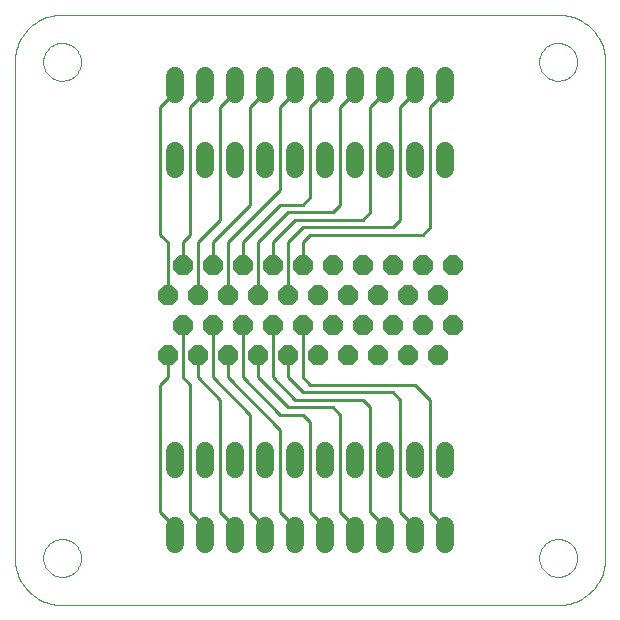
<source format=gtl>
G75*
%MOIN*%
%OFA0B0*%
%FSLAX24Y24*%
%IPPOS*%
%LPD*%
%AMOC8*
5,1,8,0,0,1.08239X$1,22.5*
%
%ADD10C,0.0600*%
%ADD11OC8,0.0660*%
%ADD12C,0.0000*%
%ADD13C,0.0100*%
D10*
X010954Y005458D02*
X010954Y006058D01*
X011954Y006058D02*
X011954Y005458D01*
X012954Y005458D02*
X012954Y006058D01*
X013954Y006058D02*
X013954Y005458D01*
X014954Y005458D02*
X014954Y006058D01*
X015954Y006058D02*
X015954Y005458D01*
X016954Y005458D02*
X016954Y006058D01*
X017954Y006058D02*
X017954Y005458D01*
X018954Y005458D02*
X018954Y006058D01*
X019954Y006058D02*
X019954Y005458D01*
X019954Y007958D02*
X019954Y008558D01*
X018954Y008558D02*
X018954Y007958D01*
X017954Y007958D02*
X017954Y008558D01*
X016954Y008558D02*
X016954Y007958D01*
X015954Y007958D02*
X015954Y008558D01*
X014954Y008558D02*
X014954Y007958D01*
X013954Y007958D02*
X013954Y008558D01*
X012954Y008558D02*
X012954Y007958D01*
X011954Y007958D02*
X011954Y008558D01*
X010954Y008558D02*
X010954Y007958D01*
X010954Y017958D02*
X010954Y018558D01*
X011954Y018558D02*
X011954Y017958D01*
X012954Y017958D02*
X012954Y018558D01*
X013954Y018558D02*
X013954Y017958D01*
X014954Y017958D02*
X014954Y018558D01*
X015954Y018558D02*
X015954Y017958D01*
X016954Y017958D02*
X016954Y018558D01*
X017954Y018558D02*
X017954Y017958D01*
X018954Y017958D02*
X018954Y018558D01*
X019954Y018558D02*
X019954Y017958D01*
X019954Y020458D02*
X019954Y021058D01*
X018954Y021058D02*
X018954Y020458D01*
X017954Y020458D02*
X017954Y021058D01*
X016954Y021058D02*
X016954Y020458D01*
X015954Y020458D02*
X015954Y021058D01*
X014954Y021058D02*
X014954Y020458D01*
X013954Y020458D02*
X013954Y021058D01*
X012954Y021058D02*
X012954Y020458D01*
X011954Y020458D02*
X011954Y021058D01*
X010954Y021058D02*
X010954Y020458D01*
D11*
X011204Y014758D03*
X012204Y014758D03*
X013204Y014758D03*
X014204Y014758D03*
X015204Y014758D03*
X016204Y014758D03*
X017204Y014758D03*
X018204Y014758D03*
X019204Y014758D03*
X020204Y014758D03*
X019704Y013758D03*
X018704Y013758D03*
X017704Y013758D03*
X016704Y013758D03*
X015704Y013758D03*
X014704Y013758D03*
X013704Y013758D03*
X012704Y013758D03*
X011704Y013758D03*
X010704Y013758D03*
X011204Y012758D03*
X012204Y012758D03*
X013204Y012758D03*
X014204Y012758D03*
X015204Y012758D03*
X016204Y012758D03*
X017204Y012758D03*
X018204Y012758D03*
X019204Y012758D03*
X020204Y012758D03*
X019704Y011758D03*
X018704Y011758D03*
X017704Y011758D03*
X016704Y011758D03*
X015704Y011758D03*
X014704Y011758D03*
X013704Y011758D03*
X012704Y011758D03*
X011704Y011758D03*
X010704Y011758D03*
D12*
X005612Y004990D02*
X005612Y021526D01*
X006557Y021526D02*
X006559Y021576D01*
X006565Y021626D01*
X006575Y021675D01*
X006589Y021723D01*
X006606Y021770D01*
X006627Y021815D01*
X006652Y021859D01*
X006680Y021900D01*
X006712Y021939D01*
X006746Y021976D01*
X006783Y022010D01*
X006823Y022040D01*
X006865Y022067D01*
X006909Y022091D01*
X006955Y022112D01*
X007002Y022128D01*
X007050Y022141D01*
X007100Y022150D01*
X007149Y022155D01*
X007200Y022156D01*
X007250Y022153D01*
X007299Y022146D01*
X007348Y022135D01*
X007396Y022120D01*
X007442Y022102D01*
X007487Y022080D01*
X007530Y022054D01*
X007571Y022025D01*
X007610Y021993D01*
X007646Y021958D01*
X007678Y021920D01*
X007708Y021880D01*
X007735Y021837D01*
X007758Y021793D01*
X007777Y021747D01*
X007793Y021699D01*
X007805Y021650D01*
X007813Y021601D01*
X007817Y021551D01*
X007817Y021501D01*
X007813Y021451D01*
X007805Y021402D01*
X007793Y021353D01*
X007777Y021305D01*
X007758Y021259D01*
X007735Y021215D01*
X007708Y021172D01*
X007678Y021132D01*
X007646Y021094D01*
X007610Y021059D01*
X007571Y021027D01*
X007530Y020998D01*
X007487Y020972D01*
X007442Y020950D01*
X007396Y020932D01*
X007348Y020917D01*
X007299Y020906D01*
X007250Y020899D01*
X007200Y020896D01*
X007149Y020897D01*
X007100Y020902D01*
X007050Y020911D01*
X007002Y020924D01*
X006955Y020940D01*
X006909Y020961D01*
X006865Y020985D01*
X006823Y021012D01*
X006783Y021042D01*
X006746Y021076D01*
X006712Y021113D01*
X006680Y021152D01*
X006652Y021193D01*
X006627Y021237D01*
X006606Y021282D01*
X006589Y021329D01*
X006575Y021377D01*
X006565Y021426D01*
X006559Y021476D01*
X006557Y021526D01*
X005612Y021526D02*
X005614Y021603D01*
X005620Y021680D01*
X005629Y021757D01*
X005642Y021833D01*
X005659Y021909D01*
X005680Y021983D01*
X005704Y022057D01*
X005732Y022129D01*
X005763Y022199D01*
X005798Y022268D01*
X005836Y022336D01*
X005877Y022401D01*
X005922Y022464D01*
X005970Y022525D01*
X006020Y022584D01*
X006073Y022640D01*
X006129Y022693D01*
X006188Y022743D01*
X006249Y022791D01*
X006312Y022836D01*
X006377Y022877D01*
X006445Y022915D01*
X006514Y022950D01*
X006584Y022981D01*
X006656Y023009D01*
X006730Y023033D01*
X006804Y023054D01*
X006880Y023071D01*
X006956Y023084D01*
X007033Y023093D01*
X007110Y023099D01*
X007187Y023101D01*
X023722Y023101D01*
X023092Y021526D02*
X023094Y021576D01*
X023100Y021626D01*
X023110Y021675D01*
X023124Y021723D01*
X023141Y021770D01*
X023162Y021815D01*
X023187Y021859D01*
X023215Y021900D01*
X023247Y021939D01*
X023281Y021976D01*
X023318Y022010D01*
X023358Y022040D01*
X023400Y022067D01*
X023444Y022091D01*
X023490Y022112D01*
X023537Y022128D01*
X023585Y022141D01*
X023635Y022150D01*
X023684Y022155D01*
X023735Y022156D01*
X023785Y022153D01*
X023834Y022146D01*
X023883Y022135D01*
X023931Y022120D01*
X023977Y022102D01*
X024022Y022080D01*
X024065Y022054D01*
X024106Y022025D01*
X024145Y021993D01*
X024181Y021958D01*
X024213Y021920D01*
X024243Y021880D01*
X024270Y021837D01*
X024293Y021793D01*
X024312Y021747D01*
X024328Y021699D01*
X024340Y021650D01*
X024348Y021601D01*
X024352Y021551D01*
X024352Y021501D01*
X024348Y021451D01*
X024340Y021402D01*
X024328Y021353D01*
X024312Y021305D01*
X024293Y021259D01*
X024270Y021215D01*
X024243Y021172D01*
X024213Y021132D01*
X024181Y021094D01*
X024145Y021059D01*
X024106Y021027D01*
X024065Y020998D01*
X024022Y020972D01*
X023977Y020950D01*
X023931Y020932D01*
X023883Y020917D01*
X023834Y020906D01*
X023785Y020899D01*
X023735Y020896D01*
X023684Y020897D01*
X023635Y020902D01*
X023585Y020911D01*
X023537Y020924D01*
X023490Y020940D01*
X023444Y020961D01*
X023400Y020985D01*
X023358Y021012D01*
X023318Y021042D01*
X023281Y021076D01*
X023247Y021113D01*
X023215Y021152D01*
X023187Y021193D01*
X023162Y021237D01*
X023141Y021282D01*
X023124Y021329D01*
X023110Y021377D01*
X023100Y021426D01*
X023094Y021476D01*
X023092Y021526D01*
X023722Y023101D02*
X023799Y023099D01*
X023876Y023093D01*
X023953Y023084D01*
X024029Y023071D01*
X024105Y023054D01*
X024179Y023033D01*
X024253Y023009D01*
X024325Y022981D01*
X024395Y022950D01*
X024464Y022915D01*
X024532Y022877D01*
X024597Y022836D01*
X024660Y022791D01*
X024721Y022743D01*
X024780Y022693D01*
X024836Y022640D01*
X024889Y022584D01*
X024939Y022525D01*
X024987Y022464D01*
X025032Y022401D01*
X025073Y022336D01*
X025111Y022268D01*
X025146Y022199D01*
X025177Y022129D01*
X025205Y022057D01*
X025229Y021983D01*
X025250Y021909D01*
X025267Y021833D01*
X025280Y021757D01*
X025289Y021680D01*
X025295Y021603D01*
X025297Y021526D01*
X025297Y004990D01*
X023092Y004990D02*
X023094Y005040D01*
X023100Y005090D01*
X023110Y005139D01*
X023124Y005187D01*
X023141Y005234D01*
X023162Y005279D01*
X023187Y005323D01*
X023215Y005364D01*
X023247Y005403D01*
X023281Y005440D01*
X023318Y005474D01*
X023358Y005504D01*
X023400Y005531D01*
X023444Y005555D01*
X023490Y005576D01*
X023537Y005592D01*
X023585Y005605D01*
X023635Y005614D01*
X023684Y005619D01*
X023735Y005620D01*
X023785Y005617D01*
X023834Y005610D01*
X023883Y005599D01*
X023931Y005584D01*
X023977Y005566D01*
X024022Y005544D01*
X024065Y005518D01*
X024106Y005489D01*
X024145Y005457D01*
X024181Y005422D01*
X024213Y005384D01*
X024243Y005344D01*
X024270Y005301D01*
X024293Y005257D01*
X024312Y005211D01*
X024328Y005163D01*
X024340Y005114D01*
X024348Y005065D01*
X024352Y005015D01*
X024352Y004965D01*
X024348Y004915D01*
X024340Y004866D01*
X024328Y004817D01*
X024312Y004769D01*
X024293Y004723D01*
X024270Y004679D01*
X024243Y004636D01*
X024213Y004596D01*
X024181Y004558D01*
X024145Y004523D01*
X024106Y004491D01*
X024065Y004462D01*
X024022Y004436D01*
X023977Y004414D01*
X023931Y004396D01*
X023883Y004381D01*
X023834Y004370D01*
X023785Y004363D01*
X023735Y004360D01*
X023684Y004361D01*
X023635Y004366D01*
X023585Y004375D01*
X023537Y004388D01*
X023490Y004404D01*
X023444Y004425D01*
X023400Y004449D01*
X023358Y004476D01*
X023318Y004506D01*
X023281Y004540D01*
X023247Y004577D01*
X023215Y004616D01*
X023187Y004657D01*
X023162Y004701D01*
X023141Y004746D01*
X023124Y004793D01*
X023110Y004841D01*
X023100Y004890D01*
X023094Y004940D01*
X023092Y004990D01*
X023722Y003415D02*
X023799Y003417D01*
X023876Y003423D01*
X023953Y003432D01*
X024029Y003445D01*
X024105Y003462D01*
X024179Y003483D01*
X024253Y003507D01*
X024325Y003535D01*
X024395Y003566D01*
X024464Y003601D01*
X024532Y003639D01*
X024597Y003680D01*
X024660Y003725D01*
X024721Y003773D01*
X024780Y003823D01*
X024836Y003876D01*
X024889Y003932D01*
X024939Y003991D01*
X024987Y004052D01*
X025032Y004115D01*
X025073Y004180D01*
X025111Y004248D01*
X025146Y004317D01*
X025177Y004387D01*
X025205Y004459D01*
X025229Y004533D01*
X025250Y004607D01*
X025267Y004683D01*
X025280Y004759D01*
X025289Y004836D01*
X025295Y004913D01*
X025297Y004990D01*
X023722Y003416D02*
X007187Y003416D01*
X006557Y004990D02*
X006559Y005040D01*
X006565Y005090D01*
X006575Y005139D01*
X006589Y005187D01*
X006606Y005234D01*
X006627Y005279D01*
X006652Y005323D01*
X006680Y005364D01*
X006712Y005403D01*
X006746Y005440D01*
X006783Y005474D01*
X006823Y005504D01*
X006865Y005531D01*
X006909Y005555D01*
X006955Y005576D01*
X007002Y005592D01*
X007050Y005605D01*
X007100Y005614D01*
X007149Y005619D01*
X007200Y005620D01*
X007250Y005617D01*
X007299Y005610D01*
X007348Y005599D01*
X007396Y005584D01*
X007442Y005566D01*
X007487Y005544D01*
X007530Y005518D01*
X007571Y005489D01*
X007610Y005457D01*
X007646Y005422D01*
X007678Y005384D01*
X007708Y005344D01*
X007735Y005301D01*
X007758Y005257D01*
X007777Y005211D01*
X007793Y005163D01*
X007805Y005114D01*
X007813Y005065D01*
X007817Y005015D01*
X007817Y004965D01*
X007813Y004915D01*
X007805Y004866D01*
X007793Y004817D01*
X007777Y004769D01*
X007758Y004723D01*
X007735Y004679D01*
X007708Y004636D01*
X007678Y004596D01*
X007646Y004558D01*
X007610Y004523D01*
X007571Y004491D01*
X007530Y004462D01*
X007487Y004436D01*
X007442Y004414D01*
X007396Y004396D01*
X007348Y004381D01*
X007299Y004370D01*
X007250Y004363D01*
X007200Y004360D01*
X007149Y004361D01*
X007100Y004366D01*
X007050Y004375D01*
X007002Y004388D01*
X006955Y004404D01*
X006909Y004425D01*
X006865Y004449D01*
X006823Y004476D01*
X006783Y004506D01*
X006746Y004540D01*
X006712Y004577D01*
X006680Y004616D01*
X006652Y004657D01*
X006627Y004701D01*
X006606Y004746D01*
X006589Y004793D01*
X006575Y004841D01*
X006565Y004890D01*
X006559Y004940D01*
X006557Y004990D01*
X005612Y004990D02*
X005614Y004913D01*
X005620Y004836D01*
X005629Y004759D01*
X005642Y004683D01*
X005659Y004607D01*
X005680Y004533D01*
X005704Y004459D01*
X005732Y004387D01*
X005763Y004317D01*
X005798Y004248D01*
X005836Y004180D01*
X005877Y004115D01*
X005922Y004052D01*
X005970Y003991D01*
X006020Y003932D01*
X006073Y003876D01*
X006129Y003823D01*
X006188Y003773D01*
X006249Y003725D01*
X006312Y003680D01*
X006377Y003639D01*
X006445Y003601D01*
X006514Y003566D01*
X006584Y003535D01*
X006656Y003507D01*
X006730Y003483D01*
X006804Y003462D01*
X006880Y003445D01*
X006956Y003432D01*
X007033Y003423D01*
X007110Y003417D01*
X007187Y003415D01*
D13*
X010454Y006508D02*
X010954Y006008D01*
X010954Y005758D01*
X010454Y006508D02*
X010454Y010758D01*
X010704Y011008D01*
X010704Y011758D01*
X011204Y011008D02*
X011454Y010758D01*
X011454Y006508D01*
X011954Y006008D01*
X011954Y005758D01*
X012454Y006508D02*
X012954Y006008D01*
X012954Y005758D01*
X012454Y006508D02*
X012454Y010258D01*
X011704Y011008D01*
X011704Y011758D01*
X011204Y011008D02*
X011204Y012758D01*
X012204Y012758D02*
X012204Y011008D01*
X013454Y009758D01*
X013454Y006508D01*
X013954Y006008D01*
X013954Y005758D01*
X014454Y006508D02*
X014954Y006008D01*
X014954Y005758D01*
X014454Y006508D02*
X014454Y009258D01*
X012704Y011008D01*
X012704Y011758D01*
X013204Y011008D02*
X014454Y009758D01*
X015204Y009758D01*
X015454Y009508D01*
X015454Y006508D01*
X015954Y006008D01*
X015954Y005758D01*
X016454Y006508D02*
X016954Y006008D01*
X016954Y005758D01*
X016454Y006508D02*
X016454Y009758D01*
X016204Y010008D01*
X014704Y010008D01*
X013704Y011008D01*
X013704Y011758D01*
X013204Y011008D02*
X013204Y012758D01*
X014204Y012758D02*
X014204Y011008D01*
X014954Y010258D01*
X017204Y010258D01*
X017454Y010008D01*
X017454Y006508D01*
X017954Y006008D01*
X017954Y005758D01*
X018454Y006508D02*
X018954Y006008D01*
X018954Y005758D01*
X018454Y006508D02*
X018454Y010258D01*
X018204Y010508D01*
X015204Y010508D01*
X014704Y011008D01*
X014704Y011758D01*
X015204Y011008D02*
X015454Y010758D01*
X018954Y010758D01*
X019454Y010258D01*
X019454Y006508D01*
X019954Y006008D01*
X019954Y005758D01*
X015204Y011008D02*
X015204Y012758D01*
X014704Y013758D02*
X014704Y015508D01*
X015204Y016008D01*
X018204Y016008D01*
X018454Y016258D01*
X018454Y020008D01*
X018954Y020508D01*
X018954Y020758D01*
X019454Y020008D02*
X019954Y020508D01*
X019954Y020758D01*
X019454Y020008D02*
X019454Y016008D01*
X019204Y015758D01*
X015454Y015758D01*
X015204Y015508D01*
X015204Y014758D01*
X014204Y014758D02*
X014204Y015508D01*
X014954Y016258D01*
X017204Y016258D01*
X017454Y016508D01*
X017454Y020008D01*
X017954Y020508D01*
X017954Y020758D01*
X016954Y020758D02*
X016954Y020508D01*
X016454Y020008D01*
X016454Y016758D01*
X016204Y016508D01*
X014704Y016508D01*
X013704Y015508D01*
X013704Y013758D01*
X012704Y013758D02*
X012704Y015508D01*
X014454Y017258D01*
X014454Y020008D01*
X014954Y020508D01*
X014954Y020758D01*
X015454Y020008D02*
X015954Y020508D01*
X015954Y020758D01*
X015454Y020008D02*
X015454Y017008D01*
X015204Y016758D01*
X014454Y016758D01*
X013204Y015508D01*
X013204Y014758D01*
X012204Y014758D02*
X012204Y015508D01*
X013454Y016758D01*
X013454Y020008D01*
X013954Y020508D01*
X013954Y020758D01*
X012954Y020758D02*
X012954Y020508D01*
X012454Y020008D01*
X012454Y016258D01*
X011704Y015508D01*
X011704Y013758D01*
X010704Y013758D02*
X010704Y015508D01*
X010454Y015758D01*
X010454Y020008D01*
X010954Y020508D01*
X010954Y020758D01*
X011454Y020008D02*
X011954Y020508D01*
X011954Y020758D01*
X011454Y020008D02*
X011454Y015758D01*
X011204Y015508D01*
X011204Y014758D01*
M02*

</source>
